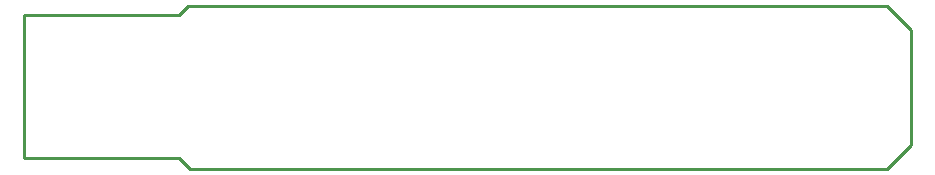
<source format=gm1>
G04*
G04 #@! TF.GenerationSoftware,Altium Limited,Altium Designer,21.7.1 (17)*
G04*
G04 Layer_Color=16711935*
%FSLAX23Y23*%
%MOIN*%
G70*
G04*
G04 #@! TF.SameCoordinates,18DD2E12-D282-4A22-B638-A79D1AEAEEA5*
G04*
G04*
G04 #@! TF.FilePolarity,Positive*
G04*
G01*
G75*
%ADD17C,0.010*%
D17*
X2257Y3273D02*
X2773D01*
X2805Y3305D01*
X2257Y2797D02*
X2773D01*
X2257D02*
Y3273D01*
X2773Y2797D02*
X2810Y2760D01*
X5135D02*
X5215Y2840D01*
Y3225D01*
X5135Y3305D02*
X5215Y3225D01*
X2805Y3305D02*
X5135Y3305D01*
X2810Y2760D02*
X5135Y2760D01*
M02*

</source>
